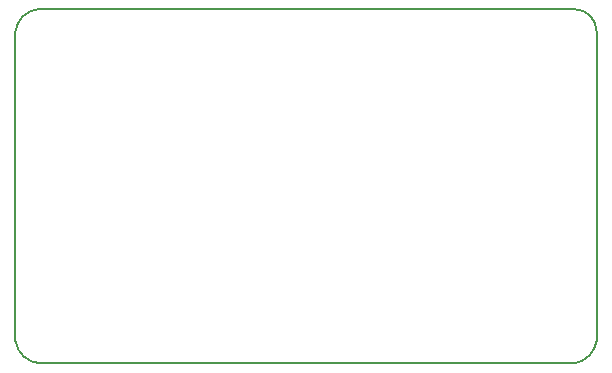
<source format=gbr>
G04 DipTrace 3.3.1.3*
G04 BoardOutline.gbr*
%MOMM*%
G04 #@! TF.FileFunction,Profile*
G04 #@! TF.Part,Single*
%ADD11C,0.14*%
%FSLAX35Y35*%
G04*
G71*
G90*
G75*
G01*
G04 BoardOutline*
%LPD*%
X1000000Y1190500D2*
D11*
G03X1206350Y1000000I218851J30051D01*
G01*
X5730727D1*
G03X5921200Y1190500I-31719J222188D01*
G01*
Y3807690D1*
G03X5730700Y3998167I-188915J1562D01*
G01*
X1190500D1*
G03X1000000Y3807690I24237J-214740D01*
G01*
Y1190500D1*
M02*

</source>
